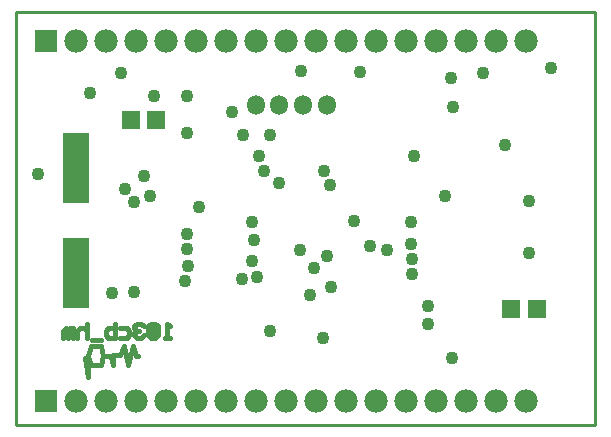
<source format=gbs>
G04*
G04 #@! TF.GenerationSoftware,Altium Limited,Altium Designer,20.2.6 (244)*
G04*
G04 Layer_Color=16711935*
%FSLAX25Y25*%
%MOIN*%
G70*
G04*
G04 #@! TF.SameCoordinates,05D6BC93-F204-4B59-986D-561AD4BAE22A*
G04*
G04*
G04 #@! TF.FilePolarity,Negative*
G04*
G01*
G75*
%ADD15C,0.01000*%
%ADD33C,0.01732*%
%ADD34C,0.01575*%
%ADD35C,0.02362*%
%ADD36C,0.01800*%
%ADD37R,0.07787X0.07787*%
%ADD38C,0.07787*%
%ADD39C,0.04331*%
%ADD40R,0.09055X0.23622*%
%ADD41R,0.06299X0.06299*%
%ADD42O,0.05906X0.06693*%
D15*
X-9843Y-7874D02*
Y129921D01*
X183071D01*
X183071Y-7874D01*
X-9843D02*
X183071D01*
D33*
X7480Y21260D02*
Y23622D01*
D34*
X40551Y21260D02*
Y25984D01*
X41339Y25197D01*
X39764Y21260D02*
X41339D01*
X36614D02*
X37402Y22047D01*
Y25197D01*
X36614Y25984D02*
X37402Y25197D01*
X35039Y25984D02*
X36614D01*
X34252Y25197D02*
X35039Y25984D01*
X34252Y22047D02*
Y25197D01*
Y22047D02*
X35039Y21260D01*
X36614D01*
X31890Y25984D02*
X32677Y25197D01*
X30315Y25984D02*
X31890D01*
X29528Y25197D02*
X30315Y25984D01*
X29528Y24409D02*
Y25197D01*
Y24409D02*
X30315Y23622D01*
Y23622D02*
Y23622D01*
X31102D01*
X30315Y23622D02*
Y23622D01*
X29528Y22835D02*
X30315Y23622D01*
X29528Y22047D02*
Y22835D01*
Y22047D02*
X30315Y21260D01*
X31890D01*
X32677Y22047D01*
X24803Y24409D02*
X27165D01*
X27953Y23622D01*
Y22047D02*
Y23622D01*
X27165Y21260D02*
X27953Y22047D01*
X24803Y21260D02*
X27165D01*
X23228D02*
Y25984D01*
X20866Y21260D02*
X23228D01*
X20079Y22047D02*
X20866Y21260D01*
X20079Y22047D02*
Y23622D01*
X20866Y24409D01*
X23228D01*
X15354Y20472D02*
X18504D01*
X13780Y21260D02*
Y25984D01*
X10630Y21260D02*
Y23622D01*
X11417Y24409D01*
X12992D01*
X13780Y23622D01*
X5906Y21260D02*
Y23622D01*
X5906D01*
X6693Y24409D01*
X7480Y23622D01*
X8268Y24409D01*
X9055D01*
Y21260D02*
Y24409D01*
D35*
X35827Y22441D02*
Y24803D01*
D36*
X13296Y14480D02*
X14296Y8280D01*
Y15280D01*
X21896Y14880D02*
X22496Y12280D01*
Y15480D01*
X24696D01*
X26096Y18480D01*
X27496Y12280D01*
X29096Y18480D01*
X30296Y15280D01*
X30896D01*
X15296Y12280D02*
X18496D01*
X19296Y15280D01*
X21096D01*
X21896Y14880D01*
X14296Y15280D02*
X15296Y12280D01*
X14296Y15280D02*
X15096Y18480D01*
X18496D01*
X19296Y15280D01*
D37*
X0Y120000D02*
D03*
Y0D02*
D03*
D38*
X10000Y120000D02*
D03*
X20000D02*
D03*
X30000D02*
D03*
X40000D02*
D03*
X50000D02*
D03*
X60000D02*
D03*
X70000D02*
D03*
X80000D02*
D03*
X90000D02*
D03*
X100000D02*
D03*
X110000D02*
D03*
X120000D02*
D03*
X130000D02*
D03*
X140000D02*
D03*
X150000D02*
D03*
X160000D02*
D03*
Y0D02*
D03*
X150000D02*
D03*
X140000D02*
D03*
X130000D02*
D03*
X120000D02*
D03*
X110000D02*
D03*
X100000D02*
D03*
X90000D02*
D03*
X80000D02*
D03*
X70000D02*
D03*
X60000D02*
D03*
X50000D02*
D03*
X40000D02*
D03*
X30000D02*
D03*
X20000D02*
D03*
X10000D02*
D03*
D39*
X161024Y66929D02*
D03*
X161024Y49606D02*
D03*
X29528Y36614D02*
D03*
X62205Y96457D02*
D03*
X65748Y88976D02*
D03*
X47244Y101969D02*
D03*
X36220D02*
D03*
X25197Y109449D02*
D03*
X92913Y76772D02*
D03*
X127559Y25984D02*
D03*
X168504Y111024D02*
D03*
X145669Y109449D02*
D03*
X135039Y107874D02*
D03*
X153150Y85433D02*
D03*
X122835Y81890D02*
D03*
X121653Y59842D02*
D03*
Y52362D02*
D03*
X102756Y60236D02*
D03*
X95276Y38189D02*
D03*
X135433Y14567D02*
D03*
X92520Y21260D02*
D03*
X89370Y44488D02*
D03*
X93701Y48425D02*
D03*
X85039Y110236D02*
D03*
X77953Y72835D02*
D03*
X47244Y55905D02*
D03*
X74803Y23622D02*
D03*
X135827Y98032D02*
D03*
X104724Y109843D02*
D03*
X-2362Y75984D02*
D03*
X88189Y35433D02*
D03*
X133071Y68504D02*
D03*
X14961Y102756D02*
D03*
X32677Y75197D02*
D03*
X34646Y68642D02*
D03*
X26378Y70866D02*
D03*
X29528Y66535D02*
D03*
X84646Y50394D02*
D03*
X22047Y36220D02*
D03*
X46457Y40157D02*
D03*
X70472Y41339D02*
D03*
X47244Y50787D02*
D03*
Y89370D02*
D03*
X68898Y46850D02*
D03*
X69363Y53937D02*
D03*
X65354Y40945D02*
D03*
X127559Y31890D02*
D03*
X122047Y47638D02*
D03*
X113779Y50394D02*
D03*
X108268Y51968D02*
D03*
X94882Y72047D02*
D03*
X68898Y59842D02*
D03*
X51181Y64961D02*
D03*
X47638Y45276D02*
D03*
X122047Y42520D02*
D03*
X72835Y76772D02*
D03*
X71260Y81890D02*
D03*
X74803Y88976D02*
D03*
D40*
X10236Y77716D02*
D03*
Y42756D02*
D03*
D41*
X36927Y93701D02*
D03*
X28427D02*
D03*
X163699Y30709D02*
D03*
X155199D02*
D03*
D42*
X70079Y98819D02*
D03*
X77953D02*
D03*
X85827D02*
D03*
X93701D02*
D03*
M02*

</source>
